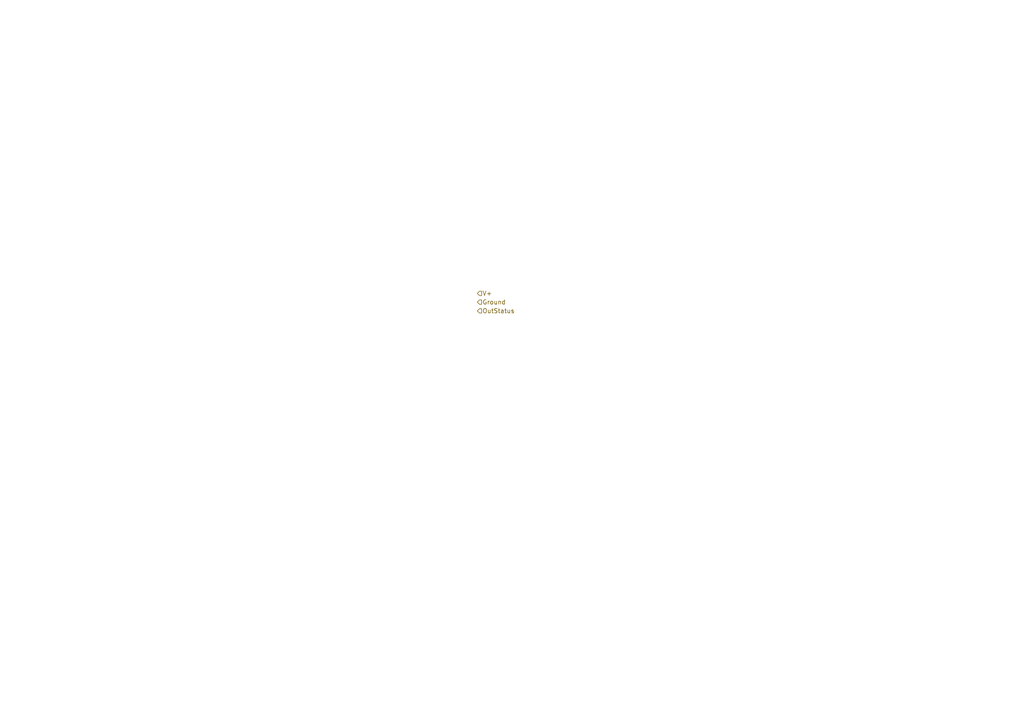
<source format=kicad_sch>
(kicad_sch
	(version 20231120)
	(generator "eeschema")
	(generator_version "8.0")
	(uuid "935a3439-aff9-4b07-a782-f4a23f3f9610")
	(paper "A4")
	(lib_symbols)
	(hierarchical_label "Ground"
		(shape input)
		(at 138.43 87.63 0)
		(fields_autoplaced yes)
		(effects
			(font
				(size 1.27 1.27)
			)
			(justify left)
		)
		(uuid "215661b1-b60e-488a-9330-51ce0e66cc15")
	)
	(hierarchical_label "OutStatus"
		(shape input)
		(at 138.43 90.17 0)
		(fields_autoplaced yes)
		(effects
			(font
				(size 1.27 1.27)
			)
			(justify left)
		)
		(uuid "61081842-8be6-4609-a584-e815e873896c")
	)
	(hierarchical_label "V+"
		(shape input)
		(at 138.43 85.09 0)
		(fields_autoplaced yes)
		(effects
			(font
				(size 1.27 1.27)
			)
			(justify left)
		)
		(uuid "f9d1e758-e4c8-4c51-beff-b8b272e2dd17")
	)
)
</source>
